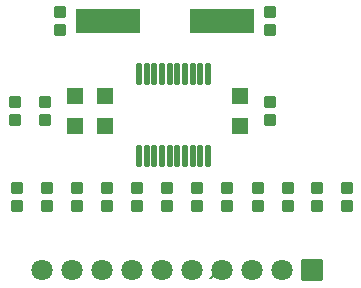
<source format=gts>
G04 #@! TF.GenerationSoftware,KiCad,Pcbnew,(5.99.0-8018-g9a0f685a75)*
G04 #@! TF.CreationDate,2021-09-12T19:48:39+09:30*
G04 #@! TF.ProjectId,ADE7763_Breakout,41444537-3736-4335-9f42-7265616b6f75,rev?*
G04 #@! TF.SameCoordinates,Original*
G04 #@! TF.FileFunction,Soldermask,Top*
G04 #@! TF.FilePolarity,Negative*
%FSLAX46Y46*%
G04 Gerber Fmt 4.6, Leading zero omitted, Abs format (unit mm)*
G04 Created by KiCad (PCBNEW (5.99.0-8018-g9a0f685a75)) date 2021-09-12 19:48:39*
%MOMM*%
%LPD*%
G01*
G04 APERTURE LIST*
G04 Aperture macros list*
%AMRoundRect*
0 Rectangle with rounded corners*
0 $1 Rounding radius*
0 $2 $3 $4 $5 $6 $7 $8 $9 X,Y pos of 4 corners*
0 Add a 4 corners polygon primitive as box body*
4,1,4,$2,$3,$4,$5,$6,$7,$8,$9,$2,$3,0*
0 Add four circle primitives for the rounded corners*
1,1,$1+$1,$2,$3,0*
1,1,$1+$1,$4,$5,0*
1,1,$1+$1,$6,$7,0*
1,1,$1+$1,$8,$9,0*
0 Add four rect primitives between the rounded corners*
20,1,$1+$1,$2,$3,$4,$5,0*
20,1,$1+$1,$4,$5,$6,$7,0*
20,1,$1+$1,$6,$7,$8,$9,0*
20,1,$1+$1,$8,$9,$2,$3,0*%
G04 Aperture macros list end*
%ADD10C,0.200000*%
%ADD11RoundRect,0.125000X0.125000X-0.825000X0.125000X0.825000X-0.125000X0.825000X-0.125000X-0.825000X0*%
%ADD12RoundRect,0.130175X-0.390525X0.390525X-0.390525X-0.390525X0.390525X-0.390525X0.390525X0.390525X0*%
%ADD13RoundRect,0.076200X0.635000X-0.635000X0.635000X0.635000X-0.635000X0.635000X-0.635000X-0.635000X0*%
%ADD14RoundRect,0.076200X-0.635000X0.635000X-0.635000X-0.635000X0.635000X-0.635000X0.635000X0.635000X0*%
%ADD15RoundRect,0.130175X0.390525X-0.390525X0.390525X0.390525X-0.390525X0.390525X-0.390525X-0.390525X0*%
%ADD16RoundRect,0.076200X2.667000X0.965200X-2.667000X0.965200X-2.667000X-0.965200X2.667000X-0.965200X0*%
%ADD17RoundRect,0.076200X-0.825500X0.825500X-0.825500X-0.825500X0.825500X-0.825500X0.825500X0.825500X0*%
%ADD18C,1.803400*%
G04 APERTURE END LIST*
D10*
X151501147Y-116352504D02*
X151501147Y-116923933D01*
X151463052Y-117038219D01*
X151386861Y-117114409D01*
X151272576Y-117152504D01*
X151196385Y-117152504D01*
X152301147Y-117152504D02*
X151844004Y-117152504D01*
X152072576Y-117152504D02*
X152072576Y-116352504D01*
X151996385Y-116466790D01*
X151920195Y-116542980D01*
X151844004Y-116581076D01*
D11*
X145207700Y-99898400D03*
X145857700Y-99898400D03*
X146507700Y-99898400D03*
X147157700Y-99898400D03*
X147807700Y-99898400D03*
X148457700Y-99898400D03*
X149107700Y-99898400D03*
X149757700Y-99898400D03*
X150407700Y-99898400D03*
X151057700Y-99898400D03*
X151057700Y-106898400D03*
X150407700Y-106898400D03*
X149757700Y-106898400D03*
X149107700Y-106898400D03*
X148457700Y-106898400D03*
X147807700Y-106898400D03*
X147157700Y-106898400D03*
X146507700Y-106898400D03*
X145857700Y-106898400D03*
X145207700Y-106898400D03*
D12*
X156286100Y-94711600D03*
X156286100Y-96235600D03*
X162788500Y-109596000D03*
X162788500Y-111120000D03*
D13*
X153746100Y-104363600D03*
D14*
X153746100Y-101823600D03*
D12*
X156286100Y-102331600D03*
X156286100Y-103855600D03*
D15*
X138506100Y-96235600D03*
X138506100Y-94711600D03*
D13*
X139776100Y-104363600D03*
D14*
X139776100Y-101823600D03*
D12*
X134696100Y-102331600D03*
X134696100Y-103855600D03*
D13*
X142316100Y-104363600D03*
D14*
X142316100Y-101823600D03*
D12*
X137236100Y-102331600D03*
X137236100Y-103855600D03*
D15*
X152628500Y-111120000D03*
X152628500Y-109596000D03*
X147548500Y-111120000D03*
X147548500Y-109596000D03*
D12*
X142468500Y-109596000D03*
X142468500Y-111120000D03*
D16*
X152222100Y-95473600D03*
X142570100Y-95473600D03*
D15*
X139928500Y-111120000D03*
X139928500Y-109596000D03*
X150088500Y-111120000D03*
X150088500Y-109596000D03*
X160248500Y-111120000D03*
X160248500Y-109596000D03*
X145008500Y-111120000D03*
X145008500Y-109596000D03*
D12*
X155295500Y-109596000D03*
X155295500Y-111120000D03*
X137388500Y-109596000D03*
X137388500Y-111120000D03*
D15*
X157835500Y-111120000D03*
X157835500Y-109596000D03*
X134848500Y-111120000D03*
X134848500Y-109596000D03*
D17*
X159842100Y-116555600D03*
D18*
X157302100Y-116555600D03*
X154762100Y-116555600D03*
X152222100Y-116555600D03*
X149682100Y-116555600D03*
X147142100Y-116555600D03*
X144602100Y-116555600D03*
X142062100Y-116555600D03*
X139522100Y-116555600D03*
X136982100Y-116555600D03*
M02*

</source>
